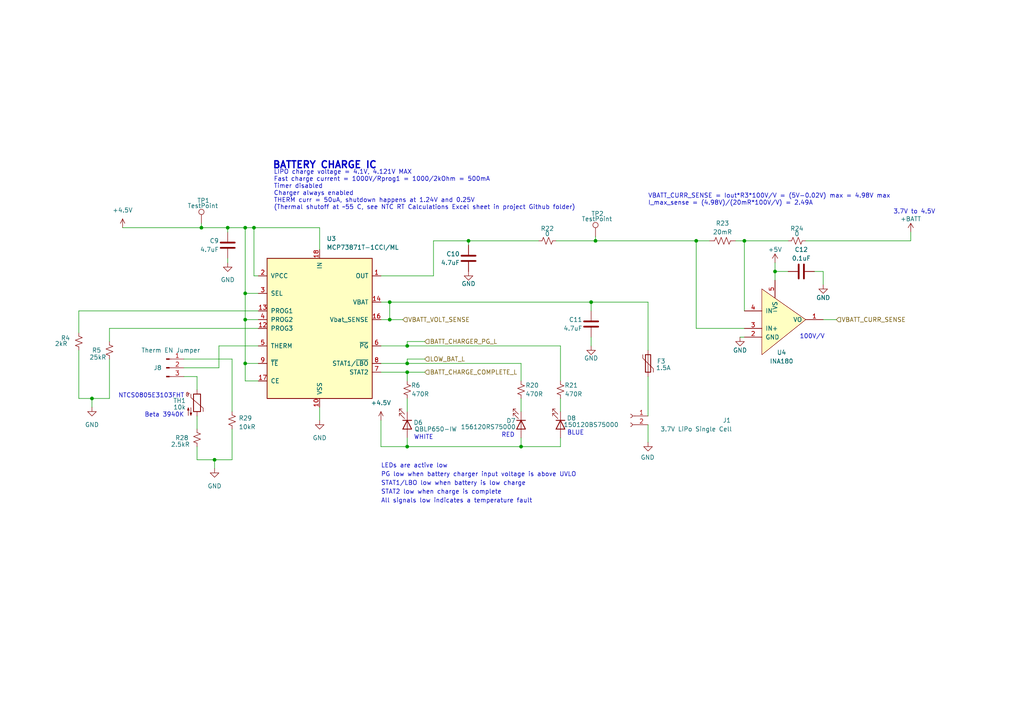
<source format=kicad_sch>
(kicad_sch (version 20230121) (generator eeschema)
  (paper "A4")
  (lib_symbols
    (symbol "Battery_Management:MCP73871" (pin_names (offset 1.016))
      (property "Reference" "U" (at -7.62 24.13 0))
      (property "Value" "MCP73871" (at -15.24 21.59 0))
      (symbol "MCP73871_0_1"
        (rectangle (start -15.24 20.32) (end 15.24 -20.32) (stroke (width 0.254)) (fill (type background)))
      )
      (symbol "MCP73871_1_1"
        (pin power_out line (at 17.78 15.24 180) (length 2.54) (name "OUT") (number "1"))
        (pin power_in line (at 0 -22.86 90) (length 2.54) (name "VSS") (number "10"))
        (pin passive line (at 0 -22.86 90) (length 2.54) hide (name "VSS") (number "11"))
        (pin bidirectional line (at -17.78 0 0) (length 2.54) (name "PROG3") (number "12"))
        (pin bidirectional line (at -17.78 5.08 0) (length 2.54) (name "PROG1") (number "13"))
        (pin power_out line (at 17.78 7.62 180) (length 2.54) (name "VBAT") (number "14"))
        (pin passive line (at 17.78 7.62 180) (length 2.54) hide (name "VBAT") (number "15"))
        (pin input line (at 17.78 2.54 180) (length 2.54) (name "Vbat_SENSE") (number "16"))
        (pin input line (at -17.78 -15.24 0) (length 2.54) (name "CE") (number "17"))
        (pin power_in line (at 0 22.86 270) (length 2.54) (name "IN") (number "18"))
        (pin passive line (at 0 22.86 270) (length 2.54) hide (name "IN") (number "19"))
        (pin input line (at -17.78 15.24 0) (length 2.54) (name "VPCC") (number "2"))
        (pin passive line (at 17.78 15.24 180) (length 2.54) hide (name "OUT") (number "20"))
        (pin passive line (at 0 -22.86 90) (length 2.54) hide (name "VSS") (number "21"))
        (pin input line (at -17.78 10.16 0) (length 2.54) (name "SEL") (number "3"))
        (pin input line (at -17.78 2.54 0) (length 2.54) (name "PROG2") (number "4"))
        (pin bidirectional line (at -17.78 -5.08 0) (length 2.54) (name "THERM") (number "5"))
        (pin open_collector line (at 17.78 -5.08 180) (length 2.54) (name "~{PG}") (number "6"))
        (pin open_collector line (at 17.78 -12.7 180) (length 2.54) (name "STAT2") (number "7"))
        (pin open_collector line (at 17.78 -10.16 180) (length 2.54) (name "STAT1/~{LBO}") (number "8"))
        (pin input line (at -17.78 -10.16 0) (length 2.54) (name "~{TE}") (number "9"))
      )
    )
    (symbol "CANHW:INA180" (pin_names (offset 1.016))
      (property "Reference" "U" (at -5.08 13.97 0))
      (property "Value" "INA180" (at -11.43 15.24 0))
      (symbol "INA180_0_1"
        (polyline (pts (xy 5.08 0) (xy -7.62 8.89)))
        (polyline (pts (xy -7.62 8.89) (xy -7.62 -10.16) (xy 5.08 0)) (fill (type background)))
      )
      (symbol "INA180_1_1"
        (pin output line (at 10.16 0 180) (length 5.08) (name "VO") (number "1"))
        (pin power_in line (at -12.7 -5.08 0) (length 5.08) (name "GND") (number "2"))
        (pin input line (at -12.7 -2.54 0) (length 5.08) (name "IN+") (number "3"))
        (pin input line (at -12.7 2.54 0) (length 5.08) (name "IN-") (number "4"))
        (pin power_in line (at -3.81 11.43 270) (length 5.08) (name "VS") (number "5"))
      )
    )
    (symbol "Connector:Conn_01x02_Socket" (pin_names (offset 1.016) hide)
      (property "Reference" "J" (at 0 2.54 0))
      (property "Value" "Conn_01x02_Socket" (at 0 -5.08 0))
      (symbol "Conn_01x02_Socket_1_1"
        (arc (start 0 -2.032) (mid -0.5058 -2.54) (end 0 -3.048) (stroke (width 0.1524)))
        (polyline (pts (xy -1.27 -2.54) (xy -0.508 -2.54)) (stroke (width 0.1524)))
        (polyline (pts (xy -1.27 0) (xy -0.508 0)) (stroke (width 0.1524)))
        (arc (start 0 0.508) (mid -0.5058 0) (end 0 -0.508) (stroke (width 0.1524)))
        (pin passive line (at -5.08 0 0) (length 3.81) (name "Pin_1") (number "1"))
        (pin passive line (at -5.08 -2.54 0) (length 3.81) (name "Pin_2") (number "2"))
      )
    )
    (symbol "Connector:Conn_01x03_Pin" (pin_names (offset 1.016) hide)
      (property "Reference" "J" (at 0 5.08 0))
      (property "Value" "Conn_01x03_Pin" (at 0 -5.08 0))
      (symbol "Conn_01x03_Pin_1_1"
        (polyline (pts (xy 1.27 -2.54) (xy 0.8636 -2.54)) (stroke (width 0.1524)))
        (polyline (pts (xy 1.27 0) (xy 0.8636 0)) (stroke (width 0.1524)))
        (polyline (pts (xy 1.27 2.54) (xy 0.8636 2.54)) (stroke (width 0.1524)))
        (rectangle (start 0.8636 -2.413) (end 0 -2.667) (stroke (width 0.1524)) (fill (type outline)))
        (rectangle (start 0.8636 0.127) (end 0 -0.127) (stroke (width 0.1524)) (fill (type outline)))
        (rectangle (start 0.8636 2.667) (end 0 2.413) (stroke (width 0.1524)) (fill (type outline)))
        (pin passive line (at 5.08 2.54 180) (length 3.81) (name "Pin_1") (number "1"))
        (pin passive line (at 5.08 0 180) (length 3.81) (name "Pin_2") (number "2"))
        (pin passive line (at 5.08 -2.54 180) (length 3.81) (name "Pin_3") (number "3"))
      )
    )
    (symbol "Connector:TestPoint" (pin_numbers hide) (pin_names (offset 0.762) hide)
      (property "Reference" "TP" (at 0 6.858 0))
      (property "Value" "TestPoint" (at 0 5.08 0))
      (symbol "TestPoint_0_1"
        (circle (center 0 3.302) (radius 0.762))
      )
      (symbol "TestPoint_1_1"
        (pin passive line (at 0 0 90) (length 2.54) (name "1") (number "1"))
      )
    )
    (symbol "Device:C" (pin_numbers hide) (pin_names (offset 0.254))
      (property "Reference" "C" (at 0.635 2.54 0))
      (property "Value" "C" (at 0.635 -2.54 0))
      (symbol "C_0_1"
        (polyline (pts (xy -2.032 -0.762) (xy 2.032 -0.762)) (stroke (width 0.508)))
        (polyline (pts (xy -2.032 0.762) (xy 2.032 0.762)) (stroke (width 0.508)))
      )
      (symbol "C_1_1"
        (pin passive line (at 0 3.81 270) (length 2.794) (name "~") (number "1"))
        (pin passive line (at 0 -3.81 90) (length 2.794) (name "~") (number "2"))
      )
    )
    (symbol "Device:LED" (pin_numbers hide) (pin_names (offset 1.016) hide)
      (property "Reference" "D" (at 0 2.54 0))
      (property "Value" "LED" (at 0 -2.54 0))
      (symbol "LED_0_1"
        (polyline (pts (xy -1.27 -1.27) (xy -1.27 1.27)) (stroke (width 0.254)))
        (polyline (pts (xy -1.27 0) (xy 1.27 0)))
        (polyline (pts (xy 1.27 -1.27) (xy 1.27 1.27) (xy -1.27 0) (xy 1.27 -1.27)) (stroke (width 0.254)))
        (polyline (pts (xy -3.048 -0.762) (xy -4.572 -2.286) (xy -3.81 -2.286) (xy -4.572 -2.286) (xy -4.572 -1.524)))
        (polyline (pts (xy -1.778 -0.762) (xy -3.302 -2.286) (xy -2.54 -2.286) (xy -3.302 -2.286) (xy -3.302 -1.524)))
      )
      (symbol "LED_1_1"
        (pin passive line (at -3.81 0 0) (length 2.54) (name "K") (number "1"))
        (pin passive line (at 3.81 0 180) (length 2.54) (name "A") (number "2"))
      )
    )
    (symbol "Device:Polyfuse" (pin_numbers hide) (pin_names (offset 0))
      (property "Reference" "F" (at -2.54 0 90))
      (property "Value" "Polyfuse" (at 2.54 0 90))
      (symbol "Polyfuse_0_1"
        (rectangle (start -0.762 2.54) (end 0.762 -2.54) (stroke (width 0.254)))
        (polyline (pts (xy 0 2.54) (xy 0 -2.54)))
        (polyline (pts (xy -1.524 2.54) (xy -1.524 1.524) (xy 1.524 -1.524) (xy 1.524 -2.54)))
      )
      (symbol "Polyfuse_1_1"
        (pin passive line (at 0 3.81 270) (length 1.27) (name "~") (number "1"))
        (pin passive line (at 0 -3.81 90) (length 1.27) (name "~") (number "2"))
      )
    )
    (symbol "Device:R_Small_US" (pin_numbers hide) (pin_names (offset 0.254) hide)
      (property "Reference" "R" (at 0.762 0.508 0))
      (property "Value" "R_Small_US" (at 0.762 -1.016 0))
      (symbol "R_Small_US_1_1"
        (polyline (pts (xy 0 0) (xy 1.016 -0.381) (xy 0 -0.762) (xy -1.016 -1.143) (xy 0 -1.524)))
        (polyline (pts (xy 0 1.524) (xy 1.016 1.143) (xy 0 0.762) (xy -1.016 0.381) (xy 0 0)))
        (pin passive line (at 0 2.54 270) (length 1.016) (name "~") (number "1"))
        (pin passive line (at 0 -2.54 90) (length 1.016) (name "~") (number "2"))
      )
    )
    (symbol "Device:R_US" (pin_numbers hide) (pin_names (offset 0))
      (property "Reference" "R" (at 2.54 0 90))
      (property "Value" "R_US" (at -2.54 0 90))
      (symbol "R_US_0_1"
        (polyline (pts (xy 0 -2.286) (xy 0 -2.54)))
        (polyline (pts (xy 0 2.286) (xy 0 2.54)))
        (polyline (pts (xy 0 -0.762) (xy 1.016 -1.143) (xy 0 -1.524) (xy -1.016 -1.905) (xy 0 -2.286)))
        (polyline (pts (xy 0 0.762) (xy 1.016 0.381) (xy 0 0) (xy -1.016 -0.381) (xy 0 -0.762)))
        (polyline (pts (xy 0 2.286) (xy 1.016 1.905) (xy 0 1.524) (xy -1.016 1.143) (xy 0 0.762)))
      )
      (symbol "R_US_1_1"
        (pin passive line (at 0 3.81 270) (length 1.27) (name "~") (number "1"))
        (pin passive line (at 0 -3.81 90) (length 1.27) (name "~") (number "2"))
      )
    )
    (symbol "Device:Thermistor_NTC" (pin_numbers hide) (pin_names (offset 0))
      (property "Reference" "TH" (at -4.445 0 90))
      (property "Value" "Thermistor_NTC" (at 3.175 0 90))
      (symbol "Thermistor_NTC_0_1"
        (arc (start -3.048 2.159) (mid -3.0495 2.3143) (end -3.175 2.413))
        (arc (start -3.048 2.159) (mid -2.9736 1.9794) (end -2.794 1.905))
        (arc (start -3.048 2.794) (mid -2.9736 2.6144) (end -2.794 2.54))
        (arc (start -2.794 1.905) (mid -2.6144 1.9794) (end -2.54 2.159))
        (arc (start -2.794 2.54) (mid -2.4393 2.5587) (end -2.159 2.794))
        (arc (start -2.794 3.048) (mid -2.9736 2.9736) (end -3.048 2.794))
        (arc (start -2.54 2.794) (mid -2.6144 2.9736) (end -2.794 3.048))
        (rectangle (start -1.016 2.54) (end 1.016 -2.54) (stroke (width 0.254)))
        (polyline (pts (xy -2.54 2.159) (xy -2.54 2.794)))
        (polyline (pts (xy -1.778 2.54) (xy -1.778 1.524) (xy 1.778 -1.524) (xy 1.778 -2.54)))
        (polyline (pts (xy -2.54 -3.683) (xy -2.54 -1.397) (xy -2.794 -2.159) (xy -2.286 -2.159) (xy -2.54 -1.397) (xy -2.54 -1.651)) (fill (type outline)))
        (polyline (pts (xy -1.778 -1.397) (xy -1.778 -3.683) (xy -2.032 -2.921) (xy -1.524 -2.921) (xy -1.778 -3.683) (xy -1.778 -3.429)) (fill (type outline)))
      )
      (symbol "Thermistor_NTC_1_1"
        (pin passive line (at 0 3.81 270) (length 1.27) (name "~") (number "1"))
        (pin passive line (at 0 -3.81 90) (length 1.27) (name "~") (number "2"))
      )
    )
    (symbol "grandpapa board:+4.5V" (power) (pin_names (offset 1.016))
      (property "Value" "+4.5V" (at -0.635 1.27 0))
      (symbol "+4.5V_0_1"
        (polyline (pts (xy 0 0) (xy 0 -2.54)))
        (polyline (pts (xy 0 0) (xy 0.635 -1.27)))
        (polyline (pts (xy 0 0) (xy -0.635 -1.27) (xy 0 0)))
      )
      (symbol "+4.5V_1_1"
        (pin power_in line (at 0 -2.54 90) (length 2.54) hide (name "+4.5V") (number "1"))
      )
    )
    (symbol "power:+5V" (power) (pin_names (offset 0))
      (property "Value" "+5V" (at 0 3.556 0))
      (symbol "+5V_0_1"
        (polyline (pts (xy -0.762 1.27) (xy 0 2.54)))
        (polyline (pts (xy 0 0) (xy 0 2.54)))
        (polyline (pts (xy 0 2.54) (xy 0.762 1.27)))
      )
      (symbol "+5V_1_1"
        (pin power_in line (at 0 0 90) (length 0) hide (name "+5V") (number "1"))
      )
    )
    (symbol "power:+BATT" (power) (pin_names (offset 0))
      (property "Value" "+BATT" (at 0 3.556 0))
      (symbol "+BATT_0_1"
        (polyline (pts (xy -0.762 1.27) (xy 0 2.54)))
        (polyline (pts (xy 0 0) (xy 0 2.54)))
        (polyline (pts (xy 0 2.54) (xy 0.762 1.27)))
      )
      (symbol "+BATT_1_1"
        (pin power_in line (at 0 0 90) (length 0) hide (name "+BATT") (number "1"))
      )
    )
    (symbol "power:GND" (power) (pin_names (offset 0))
      (property "Value" "GND" (at 0 -3.81 0))
      (symbol "GND_0_1"
        (polyline (pts (xy 0 0) (xy 0 -1.27) (xy 1.27 -1.27) (xy 0 -2.54) (xy -1.27 -1.27) (xy 0 -1.27)))
      )
      (symbol "GND_1_1"
        (pin power_in line (at 0 0 270) (length 0) hide (name "GND") (number "1"))
      )
    )
  )
  (junction (at 215.9 69.85))
  (junction (at 171.45 87.63))
  (junction (at 73.66 66.04))
  (junction (at 26.67 115.57))
  (junction (at 118.11 100.33))
  (junction (at 172.72 69.85))
  (junction (at 118.11 105.41))
  (junction (at 71.12 92.71))
  (junction (at 71.12 85.09))
  (junction (at 66.04 66.04))
  (junction (at 113.03 92.71))
  (junction (at 118.11 107.95))
  (junction (at 151.13 129.54))
  (junction (at 113.03 87.63))
  (junction (at 71.12 105.41))
  (junction (at 62.23 133.35))
  (junction (at 201.93 69.85))
  (junction (at 135.89 69.85))
  (junction (at 71.12 66.04))
  (junction (at 224.79 78.74))
  (junction (at 58.42 66.04))
  (junction (at 118.11 129.54))
  (wire (pts (xy 238.76 78.74) (xy 238.76 82.55)))
  (wire (pts (xy 238.76 92.71) (xy 242.57 92.71)))
  (wire (pts (xy 66.04 76.2) (xy 66.04 74.93)))
  (wire (pts (xy 162.56 115.57) (xy 162.56 119.38)))
  (wire (pts (xy 113.03 87.63) (xy 171.45 87.63)))
  (wire (pts (xy 113.03 92.71) (xy 116.84 92.71)))
  (wire (pts (xy 110.49 100.33) (xy 118.11 100.33)))
  (wire (pts (xy 71.12 105.41) (xy 74.93 105.41)))
  (wire (pts (xy 22.86 101.6) (xy 22.86 115.57)))
  (wire (pts (xy 187.96 109.22) (xy 187.96 120.65)))
  (wire (pts (xy 22.86 90.17) (xy 22.86 96.52)))
  (wire (pts (xy 26.67 115.57) (xy 26.67 118.11)))
  (wire (pts (xy 201.93 69.85) (xy 205.74 69.85)))
  (wire (pts (xy 151.13 105.41) (xy 151.13 110.49)))
  (wire (pts (xy 215.9 69.85) (xy 228.6 69.85)))
  (wire (pts (xy 110.49 87.63) (xy 113.03 87.63)))
  (wire (pts (xy 71.12 85.09) (xy 71.12 92.71)))
  (wire (pts (xy 66.04 66.04) (xy 71.12 66.04)))
  (wire (pts (xy 118.11 105.41) (xy 151.13 105.41)))
  (wire (pts (xy 110.49 92.71) (xy 113.03 92.71)))
  (wire (pts (xy 162.56 100.33) (xy 162.56 110.49)))
  (wire (pts (xy 162.56 129.54) (xy 162.56 127)))
  (wire (pts (xy 224.79 78.74) (xy 228.6 78.74)))
  (wire (pts (xy 201.93 69.85) (xy 201.93 95.25)))
  (wire (pts (xy 118.11 129.54) (xy 151.13 129.54)))
  (wire (pts (xy 92.71 66.04) (xy 73.66 66.04)))
  (wire (pts (xy 151.13 129.54) (xy 162.56 129.54)))
  (wire (pts (xy 92.71 118.11) (xy 92.71 121.92)))
  (wire (pts (xy 201.93 95.25) (xy 215.9 95.25)))
  (wire (pts (xy 31.75 95.25) (xy 74.93 95.25)))
  (wire (pts (xy 63.5 100.33) (xy 74.93 100.33)))
  (wire (pts (xy 35.56 66.04) (xy 58.42 66.04)))
  (wire (pts (xy 22.86 115.57) (xy 26.67 115.57)))
  (wire (pts (xy 118.11 127) (xy 118.11 129.54)))
  (wire (pts (xy 57.15 109.22) (xy 57.15 113.03)))
  (wire (pts (xy 187.96 87.63) (xy 187.96 101.6)))
  (wire (pts (xy 118.11 100.33) (xy 162.56 100.33)))
  (wire (pts (xy 214.63 97.79) (xy 215.9 97.79)))
  (wire (pts (xy 71.12 105.41) (xy 71.12 110.49)))
  (wire (pts (xy 74.93 110.49) (xy 71.12 110.49)))
  (wire (pts (xy 71.12 92.71) (xy 74.93 92.71)))
  (wire (pts (xy 118.11 104.14) (xy 118.11 105.41)))
  (wire (pts (xy 71.12 66.04) (xy 71.12 85.09)))
  (wire (pts (xy 57.15 129.54) (xy 57.15 133.35)))
  (wire (pts (xy 31.75 95.25) (xy 31.75 99.06)))
  (wire (pts (xy 57.15 120.65) (xy 57.15 124.46)))
  (wire (pts (xy 215.9 69.85) (xy 215.9 90.17)))
  (wire (pts (xy 171.45 87.63) (xy 171.45 90.17)))
  (wire (pts (xy 110.49 129.54) (xy 118.11 129.54)))
  (wire (pts (xy 151.13 115.57) (xy 151.13 119.38)))
  (wire (pts (xy 172.72 69.85) (xy 201.93 69.85)))
  (wire (pts (xy 62.23 133.35) (xy 57.15 133.35)))
  (wire (pts (xy 26.67 115.57) (xy 31.75 115.57)))
  (wire (pts (xy 161.29 69.85) (xy 172.72 69.85)))
  (wire (pts (xy 118.11 115.57) (xy 118.11 119.38)))
  (wire (pts (xy 58.42 64.77) (xy 58.42 66.04)))
  (wire (pts (xy 63.5 100.33) (xy 63.5 106.68)))
  (wire (pts (xy 171.45 97.79) (xy 171.45 100.33)))
  (wire (pts (xy 31.75 104.14) (xy 31.75 115.57)))
  (wire (pts (xy 110.49 80.01) (xy 125.73 80.01)))
  (wire (pts (xy 67.31 104.14) (xy 53.34 104.14)))
  (wire (pts (xy 67.31 133.35) (xy 62.23 133.35)))
  (wire (pts (xy 213.36 69.85) (xy 215.9 69.85)))
  (wire (pts (xy 110.49 107.95) (xy 118.11 107.95)))
  (wire (pts (xy 71.12 66.04) (xy 73.66 66.04)))
  (wire (pts (xy 92.71 72.39) (xy 92.71 66.04)))
  (wire (pts (xy 67.31 124.46) (xy 67.31 133.35)))
  (wire (pts (xy 123.19 104.14) (xy 118.11 104.14)))
  (wire (pts (xy 62.23 133.35) (xy 62.23 135.89)))
  (wire (pts (xy 73.66 80.01) (xy 74.93 80.01)))
  (wire (pts (xy 171.45 87.63) (xy 187.96 87.63)))
  (wire (pts (xy 118.11 107.95) (xy 118.11 110.49)))
  (wire (pts (xy 118.11 100.33) (xy 118.11 99.06)))
  (wire (pts (xy 224.79 76.2) (xy 224.79 78.74)))
  (wire (pts (xy 233.68 69.85) (xy 264.16 69.85)))
  (wire (pts (xy 71.12 92.71) (xy 71.12 105.41)))
  (wire (pts (xy 58.42 66.04) (xy 66.04 66.04)))
  (wire (pts (xy 53.34 109.22) (xy 57.15 109.22)))
  (wire (pts (xy 110.49 105.41) (xy 118.11 105.41)))
  (wire (pts (xy 113.03 87.63) (xy 113.03 92.71)))
  (wire (pts (xy 187.96 123.19) (xy 187.96 128.27)))
  (wire (pts (xy 125.73 69.85) (xy 135.89 69.85)))
  (wire (pts (xy 135.89 69.85) (xy 135.89 71.12)))
  (wire (pts (xy 135.89 69.85) (xy 156.21 69.85)))
  (wire (pts (xy 73.66 66.04) (xy 73.66 80.01)))
  (wire (pts (xy 172.72 68.58) (xy 172.72 69.85)))
  (wire (pts (xy 118.11 99.06) (xy 123.19 99.06)))
  (wire (pts (xy 151.13 127) (xy 151.13 129.54)))
  (wire (pts (xy 66.04 67.31) (xy 66.04 66.04)))
  (wire (pts (xy 236.22 78.74) (xy 238.76 78.74)))
  (wire (pts (xy 63.5 106.68) (xy 53.34 106.68)))
  (wire (pts (xy 224.79 78.74) (xy 224.79 81.28)))
  (wire (pts (xy 74.93 85.09) (xy 71.12 85.09)))
  (wire (pts (xy 22.86 90.17) (xy 74.93 90.17)))
  (wire (pts (xy 264.16 67.31) (xy 264.16 69.85)))
  (wire (pts (xy 118.11 107.95) (xy 123.19 107.95)))
  (wire (pts (xy 110.49 121.92) (xy 110.49 129.54)))
  (wire (pts (xy 67.31 104.14) (xy 67.31 119.38)))
  (wire (pts (xy 125.73 69.85) (xy 125.73 80.01)))
  (text "BLUE" (at 164.465 126.365 0) (effects (font (size 1.27 1.27)) (justify left bottom)))
  (text "All signals low indicates a temperature fault\n" (at 110.49 146.05 0) (effects (font (size 1.27 1.27)) (justify left bottom)))
  (text "Beta 3940K\n\n" (at 41.91 123.19 0) (effects (font (size 1.27 1.27)) (justify left bottom)))
  (text "STAT1/LBO low when battery is low charge" (at 110.49 140.97 0) (effects (font (size 1.27 1.27)) (justify left bottom)))
  (text "100V/V" (at 231.902 98.425 0) (effects (font (size 1.27 1.27)) (justify left bottom)))
  (text "STAT2 low when charge is complete" (at 110.49 143.51 0) (effects (font (size 1.27 1.27)) (justify left bottom)))
  (text "LEDs are active low\n" (at 110.49 135.89 0) (effects (font (size 1.27 1.27)) (justify left bottom)))
  (text "3.7V to 4.5V" (at 259.08 62.23 0) (effects (font (size 1.27 1.27)) (justify left bottom)))
  (text "RED" (at 145.415 127 0) (effects (font (size 1.27 1.27)) (justify left bottom)))
  (text "NTCS0805E3103FHT" (at 34.29 115.57 0) (effects (font (size 1.27 1.27)) (justify left bottom)))
  (text "PG low when battery charger input voltage is above UVLO" (at 110.49 138.43 0) (effects (font (size 1.27 1.27)) (justify left bottom)))
  (text "BATTERY CHARGE IC\n" (at 78.994 49.149 0) (effects (font (size 2 2) (thickness 0.4) bold) (justify left bottom)))
  (text "WHITE\n" (at 120.015 127.635 0) (effects (font (size 1.27 1.27)) (justify left bottom)))
  (text "LIPO charge voltage = 4.1V, 4.121V MAX\nFast charge current = 1000V/Rprog1 = 1000/2kOhm = 500mA\nTimer disabled\nCharger always enabled\nTHERM curr = 50uA, shutdown happens at 1.24V and 0.25V\n(Thermal shutoff at ~55 C, see NTC RT Calculations Excel sheet in project Github folder)" (at 79.375 60.96 0) (effects (font (size 1.27 1.27)) (justify left bottom)))
  (text "VBATT_CURR_SENSE = Iout*R3*100V/V = (5V-0.02V) max = 4.98V max\nI_max_sense = (4.98V)/(20mR*100V/V) = 2.49A" (at 187.96 59.69 0) (effects (font (size 1.27 1.27)) (justify left bottom)))
  (hierarchical_label "LOW_BAT_L" (shape input) (at 123.19 104.14 0))
  (hierarchical_label "VBATT_VOLT_SENSE" (shape input) (at 116.84 92.71 0))
  (hierarchical_label "BATT_CHARGER_PG_L" (shape input) (at 123.19 99.06 0))
  (hierarchical_label "VBATT_CURR_SENSE" (shape input) (at 242.57 92.71 0))
  (hierarchical_label "BATT_CHARGE_COMPLETE_L" (shape input) (at 123.19 107.95 0))
  (symbol (lib_id "power:GND") (at 135.89 78.74 0) (unit 1)
    (property "Reference" "#PWR022" (effects hide))
    (property "Value" "GND" (at 135.89 82.296 0))
  )
  (symbol (lib_id "power:GND") (at 214.63 97.79 0) (unit 1)
    (property "Reference" "#PWR026" (effects hide))
    (property "Value" "GND" (at 214.63 101.6 0))
  )
  (symbol (lib_id "power:GND") (at 66.04 76.2 0) (unit 1)
    (property "Reference" "#PWR019" (effects hide))
    (property "Value" "GND" (at 66.04 81.153 0))
  )
  (symbol (lib_id "Device:R_Small_US") (at 158.75 69.85 90) (unit 1)
    (property "Reference" "R22" (at 158.75 66.294 90))
    (property "Value" "0" (at 158.75 67.818 90))
    (property "Footprint" "Resistor_SMD:R_0805_2012Metric_Pad1.20x1.40mm_HandSolder" (effects hide))
  )
  (symbol (lib_id "Device:C") (at 135.89 74.93 0) (mirror y) (unit 1)
    (property "Reference" "C10" (at 133.35 73.66 0) (effects (justify left)))
    (property "Value" "4.7uF" (at 133.35 76.2 0) (effects (justify left)))
    (property "Footprint" "Capacitor_SMD:C_0805_2012Metric_Pad1.18x1.45mm_HandSolder" (effects hide))
  )
  (symbol (lib_id "power:GND") (at 62.23 135.89 0) (unit 1)
    (property "Reference" "#PWR016" (effects hide))
    (property "Value" "GND" (at 62.23 140.97 0))
  )
  (symbol (lib_id "Device:R_Small_US") (at 31.75 101.6 0) (unit 1)
    (property "Reference" "R5" (at 26.67 101.6 0) (effects (justify left)))
    (property "Value" "25kR" (at 25.908 103.632 0) (effects (justify left)))
    (property "Footprint" "Resistor_SMD:R_0805_2012Metric_Pad1.20x1.40mm_HandSolder" (effects hide))
  )
  (symbol (lib_id "Connector:Conn_01x02_Socket") (at 182.88 120.65 0) (mirror y) (unit 1)
    (property "Reference" "J1" (at 210.82 121.92 0))
    (property "Value" "3.7V LiPo Single Cell" (at 201.93 124.46 0))
  )
  (symbol (lib_id "grandpapa board:+4.5V") (at 35.56 63.5 0) (unit 1)
    (property "Reference" "#PWR014" (effects hide))
    (property "Value" "+4.5V" (at 35.56 60.96 0))
  )
  (symbol (lib_id "power:GND") (at 187.96 128.27 0) (mirror y) (unit 1)
    (property "Reference" "#PWR024" (effects hide))
    (property "Value" "GND" (at 187.833 132.6642 0))
  )
  (symbol (lib_id "Device:R_Small_US") (at 162.56 113.03 180) (unit 1)
    (property "Reference" "R21" (at 167.64 111.76 0) (effects (justify left)))
    (property "Value" "470R" (at 168.91 114.3 0) (effects (justify left)))
    (property "Footprint" "Resistor_SMD:R_0805_2012Metric_Pad1.20x1.40mm_HandSolder" (effects hide))
  )
  (symbol (lib_id "Device:C") (at 232.41 78.74 270) (unit 1)
    (property "Reference" "C12" (at 232.41 72.39 90))
    (property "Value" "0.1uF" (at 232.41 74.93 90))
    (property "Footprint" "Capacitor_SMD:C_0805_2012Metric_Pad1.18x1.45mm_HandSolder" (effects hide))
  )
  (symbol (lib_id "Connector:Conn_01x03_Pin") (at 48.26 106.68 0) (unit 1)
    (property "Reference" "J8" (at 45.72 106.68 0))
    (property "Value" "Therm EN Jumper" (at 49.53 101.6 0))
  )
  (symbol (lib_id "CANHW:INA180") (at 228.6 92.71 0) (unit 1)
    (property "Reference" "U4" (at 226.695 102.235 0))
    (property "Value" "INA180" (at 226.695 104.775 0))
    (property "Footprint" "Package_TO_SOT_SMD:SOT-23-5_HandSoldering" (effects hide))
    (property "Datasheet" "http://www.ti.com/lit/ds/symlink/ina180.pdf" (effects hide))
  )
  (symbol (lib_id "Device:Polyfuse") (at 187.96 105.41 180) (unit 1)
    (property "Reference" "F3" (at 191.77 104.775 0))
    (property "Value" "1.5A" (at 192.405 106.68 0))
    (property "Footprint" "Fuse:Fuse_1812_4532Metric_Pad1.30x3.40mm_HandSolder" (effects hide))
  )
  (symbol (lib_id "power:GND") (at 26.67 118.11 0) (unit 1)
    (property "Reference" "#PWR0103" (effects hide))
    (property "Value" "GND" (at 26.67 123.19 0))
  )
  (symbol (lib_id "Device:R_Small_US") (at 67.31 121.92 0) (unit 1)
    (property "Reference" "R29" (at 69.215 121.285 0) (effects (justify left)))
    (property "Value" "10kR" (at 69.215 123.825 0) (effects (justify left)))
    (property "Footprint" "Resistor_SMD:R_0805_2012Metric_Pad1.20x1.40mm_HandSolder" (effects hide))
  )
  (symbol (lib_id "Device:LED") (at 118.11 123.19 270) (unit 1)
    (property "Reference" "D6" (at 121.285 122.555 90))
    (property "Value" "QBLP650-IW" (at 126.365 124.46 90))
    (property "Footprint" "LED_SMD:LED_1206_3216Metric_Pad1.42x1.75mm_HandSolder" (effects hide))
  )
  (symbol (lib_id "Connector:TestPoint") (at 172.72 68.58 0) (unit 1)
    (property "Reference" "TP2" (at 171.45 61.976 0) (effects (justify left)))
    (property "Value" "TestPoint" (at 168.656 63.5 0) (effects (justify left)))
    (property "Footprint" "Connector_PinHeader_2.54mm:PinHeader_1x01_P2.54mm_Vertical" (effects hide))
  )
  (symbol (lib_id "Device:R_US") (at 209.55 69.85 270) (unit 1)
    (property "Reference" "R23" (at 209.55 64.77 90))
    (property "Value" "20mR" (at 209.55 67.31 90))
    (property "Footprint" "Resistor_SMD:R_1206_3216Metric_Pad1.30x1.75mm_HandSolder" (effects hide))
  )
  (symbol (lib_id "Device:R_Small_US") (at 118.11 113.03 180) (unit 1)
    (property "Reference" "R6" (at 121.92 111.76 0) (effects (justify left)))
    (property "Value" "470R" (at 124.46 114.3 0) (effects (justify left)))
    (property "Footprint" "Resistor_SMD:R_0805_2012Metric_Pad1.20x1.40mm_HandSolder" (effects hide))
  )
  (symbol (lib_id "power:+BATT") (at 264.16 67.31 0) (unit 1)
    (property "Reference" "#PWR030" (effects hide))
    (property "Value" "+BATT" (at 264.16 63.5 0))
  )
  (symbol (lib_id "Device:LED") (at 162.56 123.19 270) (unit 1)
    (property "Reference" "D8" (at 165.735 121.285 90))
    (property "Value" "150120BS75000" (at 171.45 123.19 90))
    (property "Footprint" "LED_SMD:LED_1206_3216Metric_Pad1.42x1.75mm_HandSolder" (effects hide))
  )
  (symbol (lib_id "Device:LED") (at 151.13 123.19 270) (unit 1)
    (property "Reference" "D7" (at 148.209 122.047 90))
    (property "Value" "156120RS75000" (at 141.605 123.825 90))
    (property "Footprint" "LED_SMD:LED_1206_3216Metric_Pad1.42x1.75mm_HandSolder" (effects hide))
  )
  (symbol (lib_id "Device:R_Small_US") (at 57.15 127 0) (unit 1)
    (property "Reference" "R28" (at 50.8 127 0) (effects (justify left)))
    (property "Value" "2.5kR" (at 49.53 128.905 0) (effects (justify left)))
    (property "Footprint" "Resistor_SMD:R_0805_2012Metric_Pad1.20x1.40mm_HandSolder" (effects hide))
  )
  (symbol (lib_id "Device:R_Small_US") (at 151.13 113.03 0) (unit 1)
    (property "Reference" "R20" (at 152.4 111.76 0) (effects (justify left)))
    (property "Value" "470R" (at 152.4 114.3 0) (effects (justify left)))
    (property "Footprint" "Resistor_SMD:R_0805_2012Metric_Pad1.20x1.40mm_HandSolder" (effects hide))
  )
  (symbol (lib_id "Device:R_Small_US") (at 22.86 99.06 0) (unit 1)
    (property "Reference" "R4" (at 17.653 98.044 0) (effects (justify left)))
    (property "Value" "2kR" (at 15.875 99.695 0) (effects (justify left)))
    (property "Footprint" "Resistor_SMD:R_0805_2012Metric_Pad1.20x1.40mm_HandSolder" (effects hide))
  )
  (symbol (lib_id "Device:R_Small_US") (at 231.14 69.85 90) (unit 1)
    (property "Reference" "R24" (at 231.14 66.294 90))
    (property "Value" "0" (at 231.14 67.818 90))
    (property "Footprint" "Resistor_SMD:R_0805_2012Metric_Pad1.20x1.40mm_HandSolder" (effects hide))
  )
  (symbol (lib_id "Connector:TestPoint") (at 58.42 64.77 0) (unit 1)
    (property "Reference" "TP1" (at 57.15 58.166 0) (effects (justify left)))
    (property "Value" "TestPoint" (at 54.356 59.69 0) (effects (justify left)))
    (property "Footprint" "Connector_PinHeader_2.54mm:PinHeader_1x01_P2.54mm_Vertical" (effects hide))
  )
  (symbol (lib_id "Device:C") (at 171.45 93.98 0) (mirror y) (unit 1)
    (property "Reference" "C11" (at 168.91 92.71 0) (effects (justify left)))
    (property "Value" "4.7uF" (at 168.91 95.25 0) (effects (justify left)))
    (property "Footprint" "Capacitor_SMD:C_0805_2012Metric_Pad1.18x1.45mm_HandSolder" (effects hide))
  )
  (symbol (lib_id "power:+5V") (at 224.79 76.2 0) (unit 1)
    (property "Reference" "#PWR027" (effects hide))
    (property "Value" "+5V" (at 224.79 72.39 0))
  )
  (symbol (lib_id "power:GND") (at 92.71 121.92 0) (unit 1)
    (property "Reference" "#PWR021" (effects hide))
    (property "Value" "GND" (at 92.71 127 0))
  )
  (symbol (lib_id "Device:Thermistor_NTC") (at 57.15 116.84 0) (unit 1)
    (property "Reference" "TH1" (at 52.07 116.205 0))
    (property "Value" "10k" (at 52.07 118.11 0))
    (property "Footprint" "Resistor_SMD:R_0805_2012Metric_Pad1.20x1.40mm_HandSolder" (effects hide))
  )
  (symbol (lib_id "Device:C") (at 66.04 71.12 0) (mirror y) (unit 1)
    (property "Reference" "C9" (at 63.5 69.85 0) (effects (justify left)))
    (property "Value" "4.7uF" (at 63.5 72.39 0) (effects (justify left)))
    (property "Footprint" "Capacitor_SMD:C_0805_2012Metric_Pad1.18x1.45mm_HandSolder" (effects hide))
  )
  (symbol (lib_id "Battery_Management:MCP73871") (at 92.71 95.25 0) (unit 1)
    (property "Reference" "U3" (at 94.7294 69.215 0) (effects (justify left)))
    (property "Value" "MCP73871T-1CCI/ML" (at 94.7294 71.755 0) (effects (justify left)))
    (property "Footprint" "Package_DFN_QFN:QFN-20-1EP_4x4mm_P0.5mm_EP2.5x2.5mm" (effects hide))
    (property "Datasheet" "http://www.mouser.com/ds/2/268/22090a-52174.pdf" (effects hide))
  )
  (symbol (lib_id "power:GND") (at 238.76 82.55 0) (unit 1)
    (property "Reference" "#PWR029" (effects hide))
    (property "Value" "GND" (at 238.76 86.36 0))
  )
  (symbol (lib_id "grandpapa board:+4.5V") (at 110.49 119.38 0) (unit 1)
    (property "Reference" "#PWR059" (effects hide))
    (property "Value" "+4.5V" (at 110.49 116.84 0))
  )
  (symbol (lib_id "power:GND") (at 171.45 100.33 0) (unit 1)
    (property "Reference" "#PWR023" (effects hide))
    (property "Value" "GND" (at 171.45 103.886 0))
  )
)
</source>
